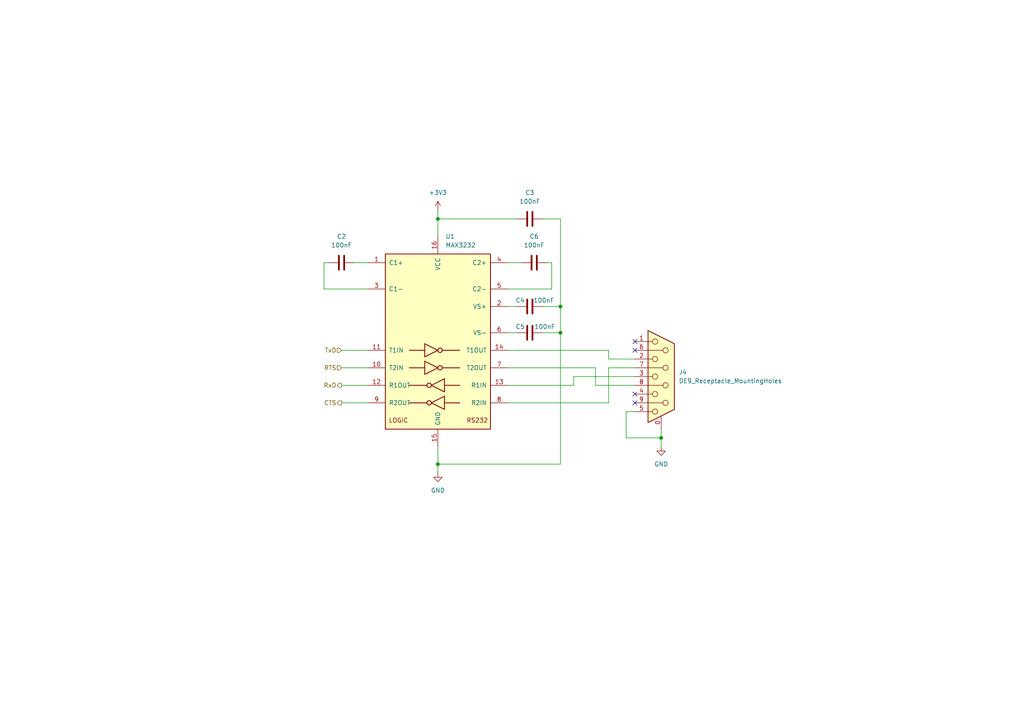
<source format=kicad_sch>
(kicad_sch (version 20231120) (generator "eeschema") (generator_version "8.0")
  (paper "A4")
  (title_block (title "Valiant Turtle 2 - Communicator - Serial") (date "2024-10-23") (rev "2_1") (company "https://www.waitingforfriday.com") (comment 1 "(c) 2024 Simon Inns") (comment 2 "License: Attribution-ShareAlike 4.0 International (CC BY-SA 4.0)"))
  (lib_symbols
    (symbol "Connector:DE9_Receptacle_MountingHoles" (pin_names (offset 1.016) hide)
      (property "Reference" "J" (at 0 16.51 0))
      (property "Value" "DE9_Receptacle_MountingHoles" (at 0 14.605 0))
      (symbol "DE9_Receptacle_MountingHoles_0_1"
        (circle (center -1.778 -10.16) (radius 0.762))
        (circle (center -1.778 -5.08) (radius 0.762))
        (circle (center -1.778 0) (radius 0.762))
        (circle (center -1.778 5.08) (radius 0.762))
        (circle (center -1.778 10.16) (radius 0.762))
        (polyline (pts (xy -3.81 -10.16) (xy -2.54 -10.16)))
        (polyline (pts (xy -3.81 -7.62) (xy 0.508 -7.62)))
        (polyline (pts (xy -3.81 -5.08) (xy -2.54 -5.08)))
        (polyline (pts (xy -3.81 -2.54) (xy 0.508 -2.54)))
        (polyline (pts (xy -3.81 0) (xy -2.54 0)))
        (polyline (pts (xy -3.81 2.54) (xy 0.508 2.54)))
        (polyline (pts (xy -3.81 5.08) (xy -2.54 5.08)))
        (polyline (pts (xy -3.81 7.62) (xy 0.508 7.62)))
        (polyline (pts (xy -3.81 10.16) (xy -2.54 10.16)))
        (polyline (pts (xy -3.81 13.335) (xy -3.81 -13.335) (xy 3.81 -9.525) (xy 3.81 9.525) (xy -3.81 13.335)) (stroke (width 0.254)) (fill (type background)))
        (circle (center 1.27 -7.62) (radius 0.762))
        (circle (center 1.27 -2.54) (radius 0.762))
        (circle (center 1.27 2.54) (radius 0.762))
        (circle (center 1.27 7.62) (radius 0.762))
      )
      (symbol "DE9_Receptacle_MountingHoles_1_1"
        (pin passive line (at 0 -15.24 90) (length 3.81) (name "PAD") (number "0"))
        (pin passive line (at -7.62 10.16 0) (length 3.81) (name "1") (number "1"))
        (pin passive line (at -7.62 5.08 0) (length 3.81) (name "2") (number "2"))
        (pin passive line (at -7.62 0 0) (length 3.81) (name "3") (number "3"))
        (pin passive line (at -7.62 -5.08 0) (length 3.81) (name "4") (number "4"))
        (pin passive line (at -7.62 -10.16 0) (length 3.81) (name "5") (number "5"))
        (pin passive line (at -7.62 7.62 0) (length 3.81) (name "6") (number "6"))
        (pin passive line (at -7.62 2.54 0) (length 3.81) (name "7") (number "7"))
        (pin passive line (at -7.62 -2.54 0) (length 3.81) (name "8") (number "8"))
        (pin passive line (at -7.62 -7.62 0) (length 3.81) (name "9") (number "9"))
      )
    )
    (symbol "Device:C" (pin_numbers hide) (pin_names (offset 0.254))
      (property "Reference" "C" (at 0.635 2.54 0))
      (property "Value" "C" (at 0.635 -2.54 0))
      (symbol "C_0_1"
        (polyline (pts (xy -2.032 -0.762) (xy 2.032 -0.762)) (stroke (width 0.508)))
        (polyline (pts (xy -2.032 0.762) (xy 2.032 0.762)) (stroke (width 0.508)))
      )
      (symbol "C_1_1"
        (pin passive line (at 0 3.81 270) (length 2.794) (name "~") (number "1"))
        (pin passive line (at 0 -3.81 90) (length 2.794) (name "~") (number "2"))
      )
    )
    (symbol "Interface_UART:MAX3232" (pin_names (offset 1.016))
      (property "Reference" "U" (at -2.54 28.575 0))
      (property "Value" "MAX3232" (at -2.54 26.67 0))
      (symbol "MAX3232_0_0"
        (text "LOGIC" (at -11.43 -22.86 0) (effects (font (size 1.27 1.27))))
        (text "RS232" (at 11.43 -22.86 0) (effects (font (size 1.27 1.27))))
      )
      (symbol "MAX3232_0_1"
        (rectangle (start -15.24 -25.4) (end 15.24 25.4) (stroke (width 0.254)) (fill (type background)))
        (circle (center -2.54 -17.78) (radius 0.635) (stroke (width 0.254)))
        (circle (center -2.54 -12.7) (radius 0.635) (stroke (width 0.254)))
        (polyline (pts (xy -3.81 -7.62) (xy -8.255 -7.62)) (stroke (width 0.254)))
        (polyline (pts (xy -3.81 -2.54) (xy -8.255 -2.54)) (stroke (width 0.254)))
        (polyline (pts (xy -3.175 -17.78) (xy -8.255 -17.78)) (stroke (width 0.254)))
        (polyline (pts (xy -3.175 -12.7) (xy -8.255 -12.7)) (stroke (width 0.254)))
        (polyline (pts (xy 1.27 -7.62) (xy 6.35 -7.62)) (stroke (width 0.254)))
        (polyline (pts (xy 1.27 -2.54) (xy 6.35 -2.54)) (stroke (width 0.254)))
        (polyline (pts (xy 1.905 -17.78) (xy 6.35 -17.78)) (stroke (width 0.254)))
        (polyline (pts (xy 1.905 -12.7) (xy 6.35 -12.7)) (stroke (width 0.254)))
        (polyline (pts (xy -3.81 -5.715) (xy -3.81 -9.525) (xy 0 -7.62) (xy -3.81 -5.715)) (stroke (width 0.254)))
        (polyline (pts (xy -3.81 -0.635) (xy -3.81 -4.445) (xy 0 -2.54) (xy -3.81 -0.635)) (stroke (width 0.254)))
        (polyline (pts (xy 1.905 -15.875) (xy 1.905 -19.685) (xy -1.905 -17.78) (xy 1.905 -15.875)) (stroke (width 0.254)))
        (polyline (pts (xy 1.905 -10.795) (xy 1.905 -14.605) (xy -1.905 -12.7) (xy 1.905 -10.795)) (stroke (width 0.254)))
        (circle (center 0.635 -7.62) (radius 0.635) (stroke (width 0.254)))
        (circle (center 0.635 -2.54) (radius 0.635) (stroke (width 0.254)))
      )
      (symbol "MAX3232_1_1"
        (pin passive line (at -20.32 22.86 0) (length 5.08) (name "C1+") (number "1"))
        (pin input line (at -20.32 -7.62 0) (length 5.08) (name "T2IN") (number "10"))
        (pin input line (at -20.32 -2.54 0) (length 5.08) (name "T1IN") (number "11"))
        (pin output line (at -20.32 -12.7 0) (length 5.08) (name "R1OUT") (number "12"))
        (pin input line (at 20.32 -12.7 180) (length 5.08) (name "R1IN") (number "13"))
        (pin output line (at 20.32 -2.54 180) (length 5.08) (name "T1OUT") (number "14"))
        (pin power_in line (at 0 -30.48 90) (length 5.08) (name "GND") (number "15"))
        (pin power_in line (at 0 30.48 270) (length 5.08) (name "VCC") (number "16"))
        (pin power_out line (at 20.32 10.16 180) (length 5.08) (name "VS+") (number "2"))
        (pin passive line (at -20.32 15.24 0) (length 5.08) (name "C1-") (number "3"))
        (pin passive line (at 20.32 22.86 180) (length 5.08) (name "C2+") (number "4"))
        (pin passive line (at 20.32 15.24 180) (length 5.08) (name "C2-") (number "5"))
        (pin power_out line (at 20.32 2.54 180) (length 5.08) (name "VS-") (number "6"))
        (pin output line (at 20.32 -7.62 180) (length 5.08) (name "T2OUT") (number "7"))
        (pin input line (at 20.32 -17.78 180) (length 5.08) (name "R2IN") (number "8"))
        (pin output line (at -20.32 -17.78 0) (length 5.08) (name "R2OUT") (number "9"))
      )
    )
    (symbol "power:+3V3" (power) (pin_numbers hide) (pin_names (offset 0) hide)
      (property "Value" "+3V3" (at 0 3.556 0))
      (symbol "+3V3_0_1"
        (polyline (pts (xy -0.762 1.27) (xy 0 2.54)))
        (polyline (pts (xy 0 0) (xy 0 2.54)))
        (polyline (pts (xy 0 2.54) (xy 0.762 1.27)))
      )
      (symbol "+3V3_1_1"
        (pin power_in line (at 0 0 90) (length 0) (name "~") (number "1"))
      )
    )
    (symbol "power:GND" (power) (pin_numbers hide) (pin_names (offset 0) hide)
      (property "Value" "GND" (at 0 -3.81 0))
      (symbol "GND_0_1"
        (polyline (pts (xy 0 0) (xy 0 -1.27) (xy 1.27 -1.27) (xy 0 -2.54) (xy -1.27 -1.27) (xy 0 -1.27)))
      )
      (symbol "GND_1_1"
        (pin power_in line (at 0 0 270) (length 0) (name "~") (number "1"))
      )
    )
  )
  (junction (at 127 63.5))
  (junction (at 162.56 88.9))
  (junction (at 127 134.62))
  (junction (at 162.56 96.52))
  (junction (at 191.77 127))
  (no_connect (at 184.15 101.6))
  (no_connect (at 184.15 116.84))
  (no_connect (at 184.15 99.06))
  (no_connect (at 184.15 114.3))
  (wire (pts (xy 176.53 104.14) (xy 184.15 104.14)))
  (wire (pts (xy 95.25 76.2) (xy 93.98 76.2)))
  (wire (pts (xy 160.02 83.82) (xy 147.32 83.82)))
  (wire (pts (xy 158.75 76.2) (xy 160.02 76.2)))
  (wire (pts (xy 99.06 106.68) (xy 106.68 106.68)))
  (wire (pts (xy 181.61 119.38) (xy 181.61 127)))
  (wire (pts (xy 127 63.5) (xy 127 68.58)))
  (wire (pts (xy 127 129.54) (xy 127 134.62)))
  (wire (pts (xy 160.02 76.2) (xy 160.02 83.82)))
  (wire (pts (xy 184.15 111.76) (xy 172.72 111.76)))
  (wire (pts (xy 172.72 111.76) (xy 172.72 106.68)))
  (wire (pts (xy 127 63.5) (xy 149.86 63.5)))
  (wire (pts (xy 184.15 106.68) (xy 176.53 106.68)))
  (wire (pts (xy 147.32 101.6) (xy 176.53 101.6)))
  (wire (pts (xy 191.77 127) (xy 191.77 124.46)))
  (wire (pts (xy 147.32 106.68) (xy 172.72 106.68)))
  (wire (pts (xy 176.53 106.68) (xy 176.53 116.84)))
  (wire (pts (xy 147.32 88.9) (xy 149.86 88.9)))
  (wire (pts (xy 99.06 116.84) (xy 106.68 116.84)))
  (wire (pts (xy 93.98 76.2) (xy 93.98 83.82)))
  (wire (pts (xy 166.37 109.22) (xy 184.15 109.22)))
  (wire (pts (xy 102.87 76.2) (xy 106.68 76.2)))
  (wire (pts (xy 191.77 127) (xy 191.77 129.54)))
  (wire (pts (xy 147.32 96.52) (xy 149.86 96.52)))
  (wire (pts (xy 127 60.96) (xy 127 63.5)))
  (wire (pts (xy 147.32 111.76) (xy 166.37 111.76)))
  (wire (pts (xy 162.56 88.9) (xy 157.48 88.9)))
  (wire (pts (xy 176.53 101.6) (xy 176.53 104.14)))
  (wire (pts (xy 99.06 111.76) (xy 106.68 111.76)))
  (wire (pts (xy 93.98 83.82) (xy 106.68 83.82)))
  (wire (pts (xy 181.61 127) (xy 191.77 127)))
  (wire (pts (xy 127 134.62) (xy 127 137.16)))
  (wire (pts (xy 147.32 116.84) (xy 176.53 116.84)))
  (wire (pts (xy 147.32 76.2) (xy 151.13 76.2)))
  (wire (pts (xy 184.15 119.38) (xy 181.61 119.38)))
  (wire (pts (xy 162.56 96.52) (xy 162.56 88.9)))
  (wire (pts (xy 99.06 101.6) (xy 106.68 101.6)))
  (wire (pts (xy 162.56 134.62) (xy 162.56 96.52)))
  (wire (pts (xy 157.48 63.5) (xy 162.56 63.5)))
  (wire (pts (xy 166.37 109.22) (xy 166.37 111.76)))
  (wire (pts (xy 127 134.62) (xy 162.56 134.62)))
  (wire (pts (xy 157.48 96.52) (xy 162.56 96.52)))
  (wire (pts (xy 162.56 63.5) (xy 162.56 88.9)))
  (hierarchical_label "RTS" (shape input) (at 99.06 106.68 180))
  (hierarchical_label "RxD" (shape output) (at 99.06 111.76 180))
  (hierarchical_label "TxD" (shape input) (at 99.06 101.6 180))
  (hierarchical_label "CTS" (shape output) (at 99.06 116.84 180))
  (symbol (lib_id "Device:C") (at 99.06 76.2 90) (unit 1)
    (property "Reference" "C2" (at 99.06 68.58 90))
    (property "Value" "100nF" (at 99.06 71.12 90))
    (property "Footprint" "Capacitor_SMD:C_0805_2012Metric_Pad1.18x1.45mm_HandSolder" (effects (hide yes)))
    (property "Description" "Unpolarized capacitor" (effects (hide yes)))
  )
  (symbol (lib_id "Device:C") (at 153.67 63.5 90) (unit 1)
    (property "Reference" "C3" (at 153.67 55.88 90))
    (property "Value" "100nF" (at 153.67 58.42 90))
    (property "Footprint" "Capacitor_SMD:C_0805_2012Metric_Pad1.18x1.45mm_HandSolder" (effects (hide yes)))
    (property "Description" "Unpolarized capacitor" (effects (hide yes)))
  )
  (symbol (lib_id "Device:C") (at 153.67 88.9 90) (unit 1)
    (property "Reference" "C4" (at 150.876 87.122 90))
    (property "Value" "100nF" (at 157.734 87.122 90))
    (property "Footprint" "Capacitor_SMD:C_0805_2012Metric_Pad1.18x1.45mm_HandSolder" (effects (hide yes)))
    (property "Description" "Unpolarized capacitor" (effects (hide yes)))
  )
  (symbol (lib_id "Connector:DE9_Receptacle_MountingHoles") (at 191.77 109.22 0) (unit 1)
    (property "Reference" "J4" (at 196.85 107.9499 0) (effects (justify left)))
    (property "Value" "DE9_Receptacle_MountingHoles" (at 196.85 110.4899 0) (effects (justify left)))
    (property "Footprint" "Connector_Dsub:DSUB-9_Female_Horizontal_P2.77x2.84mm_EdgePinOffset9.90mm_Housed_MountingHolesOffset11.32mm" (effects (hide yes)))
    (property "Description" "9-pin female receptacle socket D-SUB connector, Mounting Hole" (effects (hide yes)))
  )
  (symbol (lib_id "power:+3V3") (at 127 60.96 0) (unit 1)
    (property "Reference" "#PWR011" (effects (hide yes)))
    (property "Value" "+3V3" (at 127 55.88 0))
    (property "Description" "Power symbol creates a global label with name \"+3V3\"" (effects (hide yes)))
  )
  (symbol (lib_id "Device:C") (at 154.94 76.2 90) (unit 1)
    (property "Reference" "C6" (at 154.94 68.58 90))
    (property "Value" "100nF" (at 154.94 71.12 90))
    (property "Footprint" "Capacitor_SMD:C_0805_2012Metric_Pad1.18x1.45mm_HandSolder" (effects (hide yes)))
    (property "Description" "Unpolarized capacitor" (effects (hide yes)))
  )
  (symbol (lib_id "power:GND") (at 127 137.16 0) (unit 1)
    (property "Reference" "#PWR012" (effects (hide yes)))
    (property "Value" "GND" (at 127 142.24 0))
    (property "Description" "Power symbol creates a global label with name \"GND\" , ground" (effects (hide yes)))
  )
  (symbol (lib_id "power:GND") (at 191.77 129.54 0) (unit 1)
    (property "Reference" "#PWR013" (effects (hide yes)))
    (property "Value" "GND" (at 191.77 134.62 0))
    (property "Description" "Power symbol creates a global label with name \"GND\" , ground" (effects (hide yes)))
  )
  (symbol (lib_id "Interface_UART:MAX3232") (at 127 99.06 0) (unit 1)
    (property "Reference" "U1" (at 129.1941 68.58 0) (effects (justify left)))
    (property "Value" "MAX3232" (at 129.1941 71.12 0) (effects (justify left)))
    (property "Footprint" "Package_SO:SOIC-16_3.9x9.9mm_P1.27mm" (effects (hide yes)))
    (property "Datasheet" "https://datasheets.maximintegrated.com/en/ds/MAX3222-MAX3241.pdf" (effects (hide yes)))
    (property "Description" "3.0V to 5.5V, Low-Power, up to 1Mbps, True RS-232 Transceivers Using Four 0.1μF External Capacitors" (effects (hide yes)))
  )
  (symbol (lib_id "Device:C") (at 153.67 96.52 90) (unit 1)
    (property "Reference" "C5" (at 150.876 94.742 90))
    (property "Value" "100nF" (at 157.988 94.742 90))
    (property "Footprint" "Capacitor_SMD:C_0805_2012Metric_Pad1.18x1.45mm_HandSolder" (effects (hide yes)))
    (property "Description" "Unpolarized capacitor" (effects (hide yes)))
  )
)
</source>
